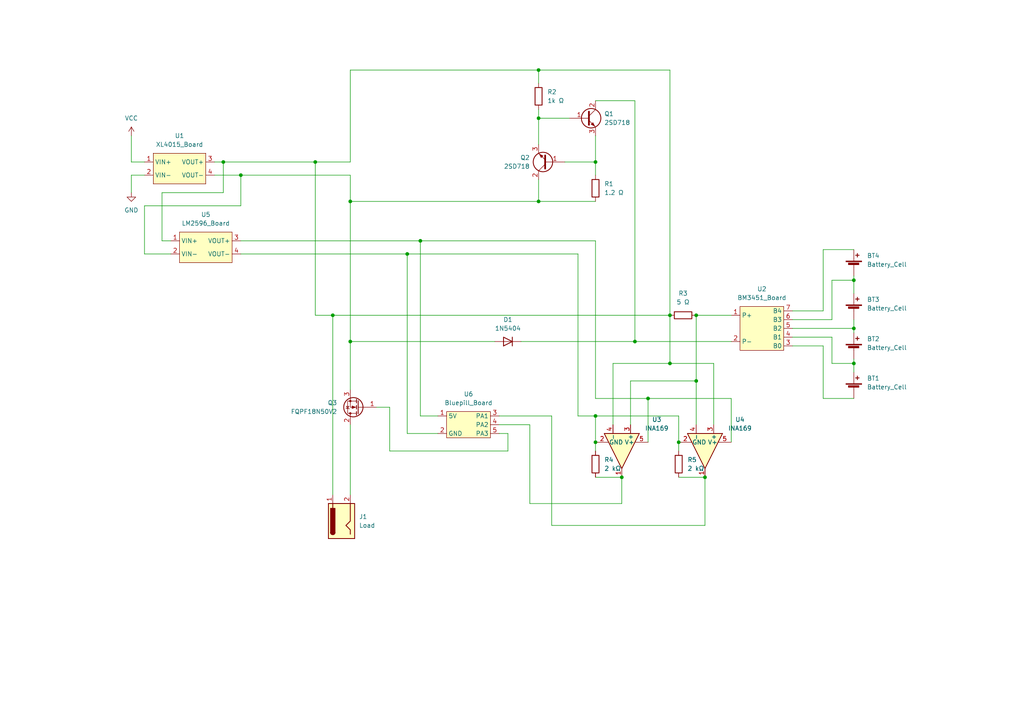
<source format=kicad_sch>
(kicad_sch (version 20211123) (generator eeschema)
  (paper "A4")
  (lib_symbols
    (symbol "2sd718:2SD718" (pin_names (offset 0) hide)
      (property "Reference" "Q" (at 5.08 1.905 0))
      (property "Value" "2SD718" (at 5.08 0 0))
      (symbol "2SD718_0_1"
        (polyline (pts (xy 0.635 0.635) (xy 2.54 2.54)))
        (polyline (pts (xy 0.635 -0.635) (xy 2.54 -2.54) (xy 2.54 -2.54)))
        (polyline (pts (xy 0.635 1.905) (xy 0.635 -1.905) (xy 0.635 -1.905)) (stroke (width 0.508)))
        (polyline (pts (xy 1.27 -1.778) (xy 1.778 -1.27) (xy 2.286 -2.286) (xy 1.27 -1.778) (xy 1.27 -1.778)) (fill (type outline)))
        (circle (center 1.27 0) (radius 2.8194) (stroke (width 0.254)))
      )
      (symbol "2SD718_1_1"
        (pin input line (at -5.08 0 0) (length 5.715) (name "B") (number "1"))
        (pin passive line (at 2.54 5.08 270) (length 2.54) (name "C") (number "2"))
        (pin passive line (at 2.54 -5.08 90) (length 2.54) (name "E") (number "3"))
      )
    )
    (symbol "Amplifier_Current:INA169" (pin_names (offset 0.127))
      (property "Reference" "U" (at 3.81 5.08 0))
      (property "Value" "INA169" (at 3.81 2.54 0))
      (symbol "INA169_0_1"
        (polyline (pts (xy -5.08 5.08) (xy 5.08 0) (xy -5.08 -5.08) (xy -5.08 5.08)) (stroke (width 0.254)) (fill (type background)))
      )
      (symbol "INA169_1_1"
        (pin output line (at 7.62 0 180) (length 2.54) (name "~") (number "1"))
        (pin power_in line (at -2.54 -7.62 90) (length 3.81) (name "GND") (number "2"))
        (pin input line (at -7.62 2.54 0) (length 2.54) (name "+") (number "3"))
        (pin input line (at -7.62 -2.54 0) (length 2.54) (name "-") (number "4"))
        (pin power_in line (at -2.54 7.62 270) (length 3.81) (name "V+") (number "5"))
      )
    )
    (symbol "Connector:Barrel_Jack" (pin_names (offset 1.016))
      (property "Reference" "J" (at 0 5.334 0))
      (property "Value" "Barrel_Jack" (at 0 -5.08 0))
      (symbol "Barrel_Jack_0_1"
        (rectangle (start -5.08 3.81) (end 5.08 -3.81) (stroke (width 0.254)) (fill (type background)))
        (arc (start -3.302 3.175) (mid -3.937 2.54) (end -3.302 1.905) (stroke (width 0.254)))
        (arc (start -3.302 3.175) (mid -3.937 2.54) (end -3.302 1.905) (stroke (width 0.254)) (fill (type outline)))
        (polyline (pts (xy 5.08 2.54) (xy 3.81 2.54)) (stroke (width 0.254)))
        (polyline (pts (xy -3.81 -2.54) (xy -2.54 -2.54) (xy -1.27 -1.27) (xy 0 -2.54) (xy 2.54 -2.54) (xy 5.08 -2.54)) (stroke (width 0.254)))
        (rectangle (start 3.683 3.175) (end -3.302 1.905) (stroke (width 0.254)) (fill (type outline)))
      )
      (symbol "Barrel_Jack_1_1"
        (pin passive line (at 7.62 2.54 180) (length 2.54) (name "~") (number "1"))
        (pin passive line (at 7.62 -2.54 180) (length 2.54) (name "~") (number "2"))
      )
    )
    (symbol "Device:Battery_Cell" (pin_numbers hide) (pin_names (offset 0) hide)
      (property "Reference" "BT" (at 2.54 2.54 0))
      (property "Value" "Battery_Cell" (at 2.54 0 0))
      (symbol "Battery_Cell_0_1"
        (rectangle (start -2.286 1.778) (end 2.286 1.524) (fill (type outline)))
        (rectangle (start -1.5748 1.1938) (end 1.4732 0.6858) (fill (type outline)))
        (polyline (pts (xy 0 0.762) (xy 0 0)))
        (polyline (pts (xy 0 1.778) (xy 0 2.54)))
        (polyline (pts (xy 0.508 3.429) (xy 1.524 3.429)) (stroke (width 0.254)))
        (polyline (pts (xy 1.016 3.937) (xy 1.016 2.921)) (stroke (width 0.254)))
      )
      (symbol "Battery_Cell_1_1"
        (pin passive line (at 0 5.08 270) (length 2.54) (name "+") (number "1"))
        (pin passive line (at 0 -2.54 90) (length 2.54) (name "-") (number "2"))
      )
    )
    (symbol "Device:R" (pin_numbers hide) (pin_names (offset 0))
      (property "Reference" "R" (at 2.032 0 90))
      (property "Value" "R" (at 0 0 90))
      (symbol "R_0_1"
        (rectangle (start -1.016 -2.54) (end 1.016 2.54) (stroke (width 0.254)))
      )
      (symbol "R_1_1"
        (pin passive line (at 0 3.81 270) (length 1.27) (name "~") (number "1"))
        (pin passive line (at 0 -3.81 90) (length 1.27) (name "~") (number "2"))
      )
    )
    (symbol "Diode:1N5404" (pin_numbers hide) (pin_names (offset 1.016) hide)
      (property "Reference" "D" (at 0 2.54 0))
      (property "Value" "1N5404" (at 0 -2.54 0))
      (symbol "1N5404_0_1"
        (polyline (pts (xy -1.27 1.27) (xy -1.27 -1.27)) (stroke (width 0.254)))
        (polyline (pts (xy 1.27 0) (xy -1.27 0)))
        (polyline (pts (xy 1.27 1.27) (xy 1.27 -1.27) (xy -1.27 0) (xy 1.27 1.27)) (stroke (width 0.254)))
      )
      (symbol "1N5404_1_1"
        (pin passive line (at -3.81 0 0) (length 2.54) (name "K") (number "1"))
        (pin passive line (at 3.81 0 180) (length 2.54) (name "A") (number "2"))
      )
    )
    (symbol "fqpf18n50v2:FQPF18N50V2" (pin_names hide)
      (property "Reference" "Q" (at 6.35 1.905 0))
      (property "Value" "FQPF18N50V2" (at 6.35 0 0))
      (symbol "FQPF18N50V2_0_1"
        (polyline (pts (xy 0.254 0) (xy -2.54 0)))
        (polyline (pts (xy 0.254 1.905) (xy 0.254 -1.905)) (stroke (width 0.254)))
        (polyline (pts (xy 0.762 -1.27) (xy 0.762 -2.286)) (stroke (width 0.254)))
        (polyline (pts (xy 0.762 0.508) (xy 0.762 -0.508)) (stroke (width 0.254)))
        (polyline (pts (xy 0.762 2.286) (xy 0.762 1.27)) (stroke (width 0.254)))
        (polyline (pts (xy 2.54 2.54) (xy 2.54 1.778)))
        (polyline (pts (xy 2.54 -2.54) (xy 2.54 0) (xy 0.762 0)))
        (polyline (pts (xy 0.762 -1.778) (xy 3.302 -1.778) (xy 3.302 1.778) (xy 0.762 1.778)))
        (polyline (pts (xy 1.016 0) (xy 2.032 0.381) (xy 2.032 -0.381) (xy 1.016 0)) (fill (type outline)))
        (polyline (pts (xy 2.794 0.508) (xy 2.921 0.381) (xy 3.683 0.381) (xy 3.81 0.254)))
        (polyline (pts (xy 3.302 0.381) (xy 2.921 -0.254) (xy 3.683 -0.254) (xy 3.302 0.381)))
        (circle (center 1.651 0) (radius 2.794) (stroke (width 0.254)))
        (circle (center 2.54 -1.778) (radius 0.254) (fill (type outline)))
        (circle (center 2.54 1.778) (radius 0.254) (fill (type outline)))
      )
      (symbol "FQPF18N50V2_1_1"
        (pin input line (at -5.08 0 0) (length 2.54) (name "G") (number "1"))
        (pin passive line (at 2.54 5.08 270) (length 2.54) (name "D") (number "2"))
        (pin passive line (at 2.54 -5.08 90) (length 2.54) (name "S") (number "3"))
      )
    )
    (symbol "import:BM3451_Board"
      (property "Reference" "U" (at 0 10.16 0))
      (property "Value" "BM3451_Board" (at 0 7.62 0))
      (symbol "BM3451_Board_0_1"
        (rectangle (start -6.35 6.35) (end 6.35 -6.35) (fill (type background)))
      )
      (symbol "BM3451_Board_1_1"
        (pin input line (at -8.89 3.81 0) (length 2.54) (name "P+") (number "1"))
        (pin input line (at -8.89 -3.81 0) (length 2.54) (name "P-") (number "2"))
        (pin input line (at 8.89 -5.08 180) (length 2.54) (name "B0") (number "3"))
        (pin input line (at 8.89 -2.54 180) (length 2.54) (name "B1") (number "4"))
        (pin input line (at 8.89 0 180) (length 2.54) (name "B2") (number "5"))
        (pin input line (at 8.89 2.54 180) (length 2.54) (name "B3") (number "6"))
        (pin input line (at 8.89 5.08 180) (length 2.54) (name "B4") (number "7"))
      )
    )
    (symbol "import:Bluepill_Board"
      (property "Reference" "U" (at 0 5.08 0))
      (property "Value" "Bluepill_Board" (at 0 7.62 0))
      (symbol "Bluepill_Board_0_1"
        (rectangle (start -6.35 3.81) (end 6.35 -3.81) (fill (type background)))
      )
      (symbol "Bluepill_Board_1_1"
        (pin input line (at -8.89 2.54 0) (length 2.54) (name "5V") (number "1"))
        (pin input line (at -8.89 -2.54 0) (length 2.54) (name "GND") (number "2"))
        (pin input line (at 8.89 2.54 180) (length 2.54) (name "PA1") (number "3"))
        (pin input line (at 8.89 0 180) (length 2.54) (name "PA2") (number "4"))
        (pin output line (at 8.89 -2.54 180) (length 2.54) (name "PA3") (number "5"))
      )
    )
    (symbol "import:LM2596_Board"
      (property "Reference" "U?" (at 0 7.62 0))
      (property "Value" "LM2596_Board" (at 0 5.08 0))
      (symbol "LM2596_Board_0_1"
        (rectangle (start 7.62 -5.08) (end -7.62 3.81) (fill (type background)))
      )
      (symbol "LM2596_Board_1_1"
        (pin input line (at -10.16 1.27 0) (length 2.54) (name "VIN+") (number "1"))
        (pin input line (at -10.16 -2.54 0) (length 2.54) (name "VIN-") (number "2"))
        (pin output line (at 10.16 1.27 180) (length 2.54) (name "VOUT+") (number "3"))
        (pin output line (at 10.16 -2.54 180) (length 2.54) (name "VOUT-") (number "4"))
      )
    )
    (symbol "import:XL4015_Board"
      (property "Reference" "U?" (at 0 8.89 0))
      (property "Value" "XL4015_Board" (at 0 6.35 0))
      (symbol "XL4015_Board_0_1"
        (rectangle (start 7.62 -5.08) (end -7.62 3.81) (fill (type background)))
      )
      (symbol "XL4015_Board_1_1"
        (pin input line (at -10.16 1.27 0) (length 2.54) (name "VIN+") (number "1"))
        (pin input line (at -10.16 -2.54 0) (length 2.54) (name "VIN-") (number "2"))
        (pin output line (at 10.16 1.27 180) (length 2.54) (name "VOUT+") (number "3"))
        (pin output line (at 10.16 -2.54 180) (length 2.54) (name "VOUT-") (number "4"))
      )
    )
    (symbol "power:GND" (power) (pin_names (offset 0))
      (property "Value" "GND" (at 0 -3.81 0))
      (symbol "GND_0_1"
        (polyline (pts (xy 0 0) (xy 0 -1.27) (xy 1.27 -1.27) (xy 0 -2.54) (xy -1.27 -1.27) (xy 0 -1.27)))
      )
      (symbol "GND_1_1"
        (pin power_in line (at 0 0 270) (length 0) hide (name "GND") (number "1"))
      )
    )
    (symbol "power:VCC" (power) (pin_names (offset 0))
      (property "Value" "VCC" (at 0 3.81 0))
      (symbol "VCC_0_1"
        (polyline (pts (xy -0.762 1.27) (xy 0 2.54)))
        (polyline (pts (xy 0 0) (xy 0 2.54)))
        (polyline (pts (xy 0 2.54) (xy 0.762 1.27)))
      )
      (symbol "VCC_1_1"
        (pin power_in line (at 0 0 90) (length 0) hide (name "VCC") (number "1"))
      )
    )
  )
  (junction (at 91.44 46.99))
  (junction (at 156.21 34.29))
  (junction (at 247.65 81.28))
  (junction (at 247.65 105.41))
  (junction (at 194.31 105.41))
  (junction (at 69.85 50.8))
  (junction (at 101.6 99.06))
  (junction (at 184.15 99.06))
  (junction (at 121.92 69.85))
  (junction (at 201.93 91.44))
  (junction (at 180.34 138.43))
  (junction (at 64.77 46.99))
  (junction (at 204.47 138.43))
  (junction (at 172.72 46.99))
  (junction (at 194.31 91.44))
  (junction (at 156.21 58.42))
  (junction (at 172.72 120.65))
  (junction (at 96.52 91.44))
  (junction (at 247.65 95.25))
  (junction (at 101.6 58.42))
  (junction (at 196.85 128.27))
  (junction (at 118.11 73.66))
  (junction (at 172.72 128.27))
  (junction (at 156.21 20.32))
  (junction (at 187.96 115.57))
  (junction (at 201.93 110.49))
  (wire (pts (xy 64.77 55.88) (xy 64.77 46.99)))
  (wire (pts (xy 247.65 105.41) (xy 241.3 105.41)))
  (wire (pts (xy 151.13 99.06) (xy 184.15 99.06)))
  (wire (pts (xy 101.6 123.19) (xy 101.6 143.51)))
  (wire (pts (xy 62.23 46.99) (xy 64.77 46.99)))
  (wire (pts (xy 238.76 100.33) (xy 238.76 115.57)))
  (wire (pts (xy 101.6 20.32) (xy 101.6 46.99)))
  (wire (pts (xy 194.31 91.44) (xy 194.31 20.32)))
  (wire (pts (xy 207.01 105.41) (xy 207.01 123.19)))
  (wire (pts (xy 147.32 125.73) (xy 144.78 125.73)))
  (wire (pts (xy 247.65 104.14) (xy 247.65 105.41)))
  (wire (pts (xy 238.76 90.17) (xy 229.87 90.17)))
  (wire (pts (xy 91.44 46.99) (xy 91.44 91.44)))
  (wire (pts (xy 194.31 91.44) (xy 96.52 91.44)))
  (wire (pts (xy 229.87 100.33) (xy 238.76 100.33)))
  (wire (pts (xy 180.34 146.05) (xy 153.67 146.05)))
  (wire (pts (xy 172.72 120.65) (xy 172.72 128.27)))
  (wire (pts (xy 96.52 91.44) (xy 91.44 91.44)))
  (wire (pts (xy 182.88 110.49) (xy 201.93 110.49)))
  (wire (pts (xy 165.1 34.29) (xy 156.21 34.29)))
  (wire (pts (xy 196.85 120.65) (xy 172.72 120.65)))
  (wire (pts (xy 172.72 115.57) (xy 187.96 115.57)))
  (wire (pts (xy 241.3 81.28) (xy 241.3 92.71)))
  (wire (pts (xy 247.65 95.25) (xy 247.65 96.52)))
  (wire (pts (xy 247.65 81.28) (xy 247.65 85.09)))
  (wire (pts (xy 101.6 58.42) (xy 101.6 50.8)))
  (wire (pts (xy 247.65 105.41) (xy 247.65 107.95)))
  (wire (pts (xy 187.96 128.27) (xy 187.96 115.57)))
  (wire (pts (xy 49.53 69.85) (xy 46.99 69.85)))
  (wire (pts (xy 38.1 50.8) (xy 41.91 50.8)))
  (wire (pts (xy 156.21 20.32) (xy 101.6 20.32)))
  (wire (pts (xy 156.21 58.42) (xy 172.72 58.42)))
  (wire (pts (xy 194.31 105.41) (xy 207.01 105.41)))
  (wire (pts (xy 196.85 128.27) (xy 196.85 120.65)))
  (wire (pts (xy 153.67 123.19) (xy 144.78 123.19)))
  (wire (pts (xy 241.3 105.41) (xy 241.3 97.79)))
  (wire (pts (xy 101.6 99.06) (xy 101.6 113.03)))
  (wire (pts (xy 69.85 59.69) (xy 69.85 50.8)))
  (wire (pts (xy 172.72 39.37) (xy 172.72 46.99)))
  (wire (pts (xy 113.03 118.11) (xy 113.03 130.81)))
  (wire (pts (xy 118.11 73.66) (xy 167.64 73.66)))
  (wire (pts (xy 69.85 50.8) (xy 101.6 50.8)))
  (wire (pts (xy 160.02 120.65) (xy 144.78 120.65)))
  (wire (pts (xy 182.88 123.19) (xy 182.88 110.49)))
  (wire (pts (xy 101.6 99.06) (xy 143.51 99.06)))
  (wire (pts (xy 241.3 97.79) (xy 229.87 97.79)))
  (wire (pts (xy 180.34 138.43) (xy 180.34 146.05)))
  (wire (pts (xy 156.21 58.42) (xy 101.6 58.42)))
  (wire (pts (xy 46.99 69.85) (xy 46.99 55.88)))
  (wire (pts (xy 41.91 59.69) (xy 69.85 59.69)))
  (wire (pts (xy 147.32 130.81) (xy 147.32 125.73)))
  (wire (pts (xy 172.72 69.85) (xy 172.72 115.57)))
  (wire (pts (xy 156.21 34.29) (xy 156.21 41.91)))
  (wire (pts (xy 167.64 73.66) (xy 167.64 120.65)))
  (wire (pts (xy 229.87 95.25) (xy 247.65 95.25)))
  (wire (pts (xy 212.09 115.57) (xy 212.09 128.27)))
  (wire (pts (xy 196.85 138.43) (xy 204.47 138.43)))
  (wire (pts (xy 160.02 152.4) (xy 160.02 120.65)))
  (wire (pts (xy 38.1 50.8) (xy 38.1 55.88)))
  (wire (pts (xy 172.72 138.43) (xy 180.34 138.43)))
  (wire (pts (xy 121.92 69.85) (xy 121.92 120.65)))
  (wire (pts (xy 96.52 91.44) (xy 96.52 143.51)))
  (wire (pts (xy 153.67 146.05) (xy 153.67 123.19)))
  (wire (pts (xy 241.3 81.28) (xy 247.65 81.28)))
  (wire (pts (xy 241.3 92.71) (xy 229.87 92.71)))
  (wire (pts (xy 38.1 46.99) (xy 41.91 46.99)))
  (wire (pts (xy 238.76 115.57) (xy 247.65 115.57)))
  (wire (pts (xy 172.72 128.27) (xy 172.72 130.81)))
  (wire (pts (xy 187.96 115.57) (xy 212.09 115.57)))
  (wire (pts (xy 156.21 31.75) (xy 156.21 34.29)))
  (wire (pts (xy 201.93 91.44) (xy 212.09 91.44)))
  (wire (pts (xy 204.47 152.4) (xy 160.02 152.4)))
  (wire (pts (xy 38.1 39.37) (xy 38.1 46.99)))
  (wire (pts (xy 113.03 130.81) (xy 147.32 130.81)))
  (wire (pts (xy 121.92 69.85) (xy 172.72 69.85)))
  (wire (pts (xy 247.65 92.71) (xy 247.65 95.25)))
  (wire (pts (xy 194.31 20.32) (xy 156.21 20.32)))
  (wire (pts (xy 109.22 118.11) (xy 113.03 118.11)))
  (wire (pts (xy 172.72 29.21) (xy 184.15 29.21)))
  (wire (pts (xy 201.93 110.49) (xy 201.93 123.19)))
  (wire (pts (xy 201.93 110.49) (xy 201.93 91.44)))
  (wire (pts (xy 62.23 50.8) (xy 69.85 50.8)))
  (wire (pts (xy 101.6 58.42) (xy 101.6 99.06)))
  (wire (pts (xy 194.31 105.41) (xy 194.31 91.44)))
  (wire (pts (xy 163.83 46.99) (xy 172.72 46.99)))
  (wire (pts (xy 64.77 46.99) (xy 91.44 46.99)))
  (wire (pts (xy 172.72 46.99) (xy 172.72 50.8)))
  (wire (pts (xy 46.99 55.88) (xy 64.77 55.88)))
  (wire (pts (xy 167.64 120.65) (xy 172.72 120.65)))
  (wire (pts (xy 156.21 52.07) (xy 156.21 58.42)))
  (wire (pts (xy 118.11 73.66) (xy 118.11 125.73)))
  (wire (pts (xy 177.8 123.19) (xy 177.8 105.41)))
  (wire (pts (xy 204.47 138.43) (xy 204.47 152.4)))
  (wire (pts (xy 177.8 105.41) (xy 194.31 105.41)))
  (wire (pts (xy 196.85 128.27) (xy 196.85 130.81)))
  (wire (pts (xy 238.76 72.39) (xy 238.76 90.17)))
  (wire (pts (xy 184.15 29.21) (xy 184.15 99.06)))
  (wire (pts (xy 118.11 125.73) (xy 127 125.73)))
  (wire (pts (xy 91.44 46.99) (xy 101.6 46.99)))
  (wire (pts (xy 121.92 120.65) (xy 127 120.65)))
  (wire (pts (xy 69.85 69.85) (xy 121.92 69.85)))
  (wire (pts (xy 49.53 73.66) (xy 41.91 73.66)))
  (wire (pts (xy 69.85 73.66) (xy 118.11 73.66)))
  (wire (pts (xy 247.65 72.39) (xy 238.76 72.39)))
  (wire (pts (xy 41.91 73.66) (xy 41.91 59.69)))
  (wire (pts (xy 156.21 24.13) (xy 156.21 20.32)))
  (wire (pts (xy 247.65 80.01) (xy 247.65 81.28)))
  (wire (pts (xy 184.15 99.06) (xy 212.09 99.06)))
  (symbol (lib_id "import:Bluepill_Board") (at 135.89 123.19 0) (unit 1)
    (property "Reference" "U6" (at 135.89 114.3 0))
    (property "Value" "Bluepill_Board" (at 135.89 116.84 0))
  )
  (symbol (lib_id "Device:R") (at 156.21 27.94 0) (unit 1)
    (property "Reference" "R2" (at 158.75 26.6699 0) (effects (justify left)))
    (property "Value" "1k Ω" (at 158.75 29.2099 0) (effects (justify left)))
  )
  (symbol (lib_id "2sd718:2SD718") (at 158.75 46.99 180) (unit 1)
    (property "Reference" "Q2" (at 153.67 45.7199 0) (effects (justify left)))
    (property "Value" "2SD718" (at 153.67 48.2599 0) (effects (justify left)))
    (property "Footprint" "Package_TO_SOT_THT:TO-3PB-3_Vertical" (effects hide))
    (property "Datasheet" "https://datasheetspdf.com/pdf/1408208/SavantIC/D718/1" (effects hide))
  )
  (symbol (lib_id "Device:R") (at 196.85 134.62 0) (unit 1)
    (property "Reference" "R5" (at 199.39 133.3499 0) (effects (justify left)))
    (property "Value" "2 kΩ" (at 199.39 135.8899 0) (effects (justify left)))
  )
  (symbol (lib_id "fqpf18n50v2:FQPF18N50V2") (at 104.14 118.11 180) (unit 1)
    (property "Reference" "Q3" (at 97.79 116.8399 0) (effects (justify left)))
    (property "Value" "FQPF18N50V2" (at 97.79 119.3799 0) (effects (justify left)))
    (property "Footprint" "Package_TO_SOT_THT:TO-220-3_Vertical" (effects hide))
    (property "Datasheet" "https://mm.digikey.com/Volume0/opasdata/d220001/medias/docus/908/FQP_PF18N50V2.pdf" (effects hide))
  )
  (symbol (lib_id "Device:Battery_Cell") (at 247.65 113.03 0) (unit 1)
    (property "Reference" "BT1" (at 251.46 109.7279 0) (effects (justify left)))
    (property "Value" "Battery_Cell" (at 251.46 112.2679 0) (effects (justify left)))
  )
  (symbol (lib_id "Diode:1N5404") (at 147.32 99.06 180) (unit 1)
    (property "Reference" "D1" (at 147.32 92.71 0))
    (property "Value" "1N5404" (at 147.32 95.25 0))
    (property "Footprint" "Diode_THT:D_DO-201AD_P15.24mm_Horizontal" (effects hide))
    (property "Datasheet" "http://www.vishay.com/docs/88516/1n5400.pdf" (effects hide))
  )
  (symbol (lib_id "Connector:Barrel_Jack") (at 99.06 151.13 90) (unit 1)
    (property "Reference" "J1" (at 104.14 149.8599 90) (effects (justify right)))
    (property "Value" "Load" (at 104.14 152.3999 90) (effects (justify right)))
  )
  (symbol (lib_id "Device:R") (at 198.12 91.44 90) (unit 1)
    (property "Reference" "R3" (at 198.12 85.09 90))
    (property "Value" "5 Ω" (at 198.12 87.63 90))
  )
  (symbol (lib_id "2sd718:2SD718") (at 170.18 34.29 0) (unit 1)
    (property "Reference" "Q1" (at 175.26 33.0199 0) (effects (justify left)))
    (property "Value" "2SD718" (at 175.26 35.5599 0) (effects (justify left)))
    (property "Footprint" "Package_TO_SOT_THT:TO-3PB-3_Vertical" (effects hide))
    (property "Datasheet" "https://datasheetspdf.com/pdf/1408208/SavantIC/D718/1" (effects hide))
  )
  (symbol (lib_id "import:BM3451_Board") (at 220.98 95.25 0) (unit 1)
    (property "Reference" "U2" (at 220.98 83.82 0))
    (property "Value" "BM3451_Board" (at 220.98 86.36 0))
  )
  (symbol (lib_id "Device:Battery_Cell") (at 247.65 90.17 0) (unit 1)
    (property "Reference" "BT3" (at 251.46 86.8679 0) (effects (justify left)))
    (property "Value" "Battery_Cell" (at 251.46 89.4079 0) (effects (justify left)))
  )
  (symbol (lib_id "Device:Battery_Cell") (at 247.65 101.6 0) (unit 1)
    (property "Reference" "BT2" (at 251.46 98.2979 0) (effects (justify left)))
    (property "Value" "Battery_Cell" (at 251.46 100.8379 0) (effects (justify left)))
  )
  (symbol (lib_id "import:LM2596_Board") (at 59.69 71.12 0) (unit 1)
    (property "Reference" "U5" (at 59.69 62.23 0))
    (property "Value" "LM2596_Board" (at 59.69 64.77 0))
  )
  (symbol (lib_id "Device:Battery_Cell") (at 247.65 77.47 0) (unit 1)
    (property "Reference" "BT4" (at 251.46 74.1679 0) (effects (justify left)))
    (property "Value" "Battery_Cell" (at 251.46 76.7079 0) (effects (justify left)))
  )
  (symbol (lib_id "power:GND") (at 38.1 55.88 0) (unit 1)
    (property "Reference" "#PWR?" (effects hide))
    (property "Value" "GND" (at 38.1 60.96 0))
  )
  (symbol (lib_id "Device:R") (at 172.72 134.62 0) (unit 1)
    (property "Reference" "R4" (at 175.26 133.3499 0) (effects (justify left)))
    (property "Value" "2 kΩ" (at 175.26 135.8899 0) (effects (justify left)))
  )
  (symbol (lib_id "import:XL4015_Board") (at 52.07 48.26 0) (unit 1)
    (property "Reference" "U1" (at 52.07 39.37 0))
    (property "Value" "XL4015_Board" (at 52.07 41.91 0))
  )
  (symbol (lib_id "Amplifier_Current:INA169") (at 180.34 130.81 270) (unit 1)
    (property "Reference" "U3" (at 190.5 121.6912 90))
    (property "Value" "INA169" (at 190.5 124.2312 90))
    (property "Footprint" "Package_TO_SOT_SMD:SOT-23-5" (effects hide))
    (property "Datasheet" "http://www.ti.com/lit/ds/symlink/ina169.pdf" (effects hide))
  )
  (symbol (lib_id "Device:R") (at 172.72 54.61 0) (unit 1)
    (property "Reference" "R1" (at 175.26 53.3399 0) (effects (justify left)))
    (property "Value" "1.2 Ω" (at 175.26 55.8799 0) (effects (justify left)))
  )
  (symbol (lib_id "Amplifier_Current:INA169") (at 204.47 130.81 270) (unit 1)
    (property "Reference" "U4" (at 214.63 121.6912 90))
    (property "Value" "INA169" (at 214.63 124.2312 90))
    (property "Footprint" "Package_TO_SOT_SMD:SOT-23-5" (effects hide))
    (property "Datasheet" "http://www.ti.com/lit/ds/symlink/ina169.pdf" (effects hide))
  )
  (symbol (lib_id "power:VCC") (at 38.1 39.37 0) (unit 1)
    (property "Reference" "#PWR?" (effects hide))
    (property "Value" "VCC" (at 38.1 34.29 0))
  )
)
</source>
